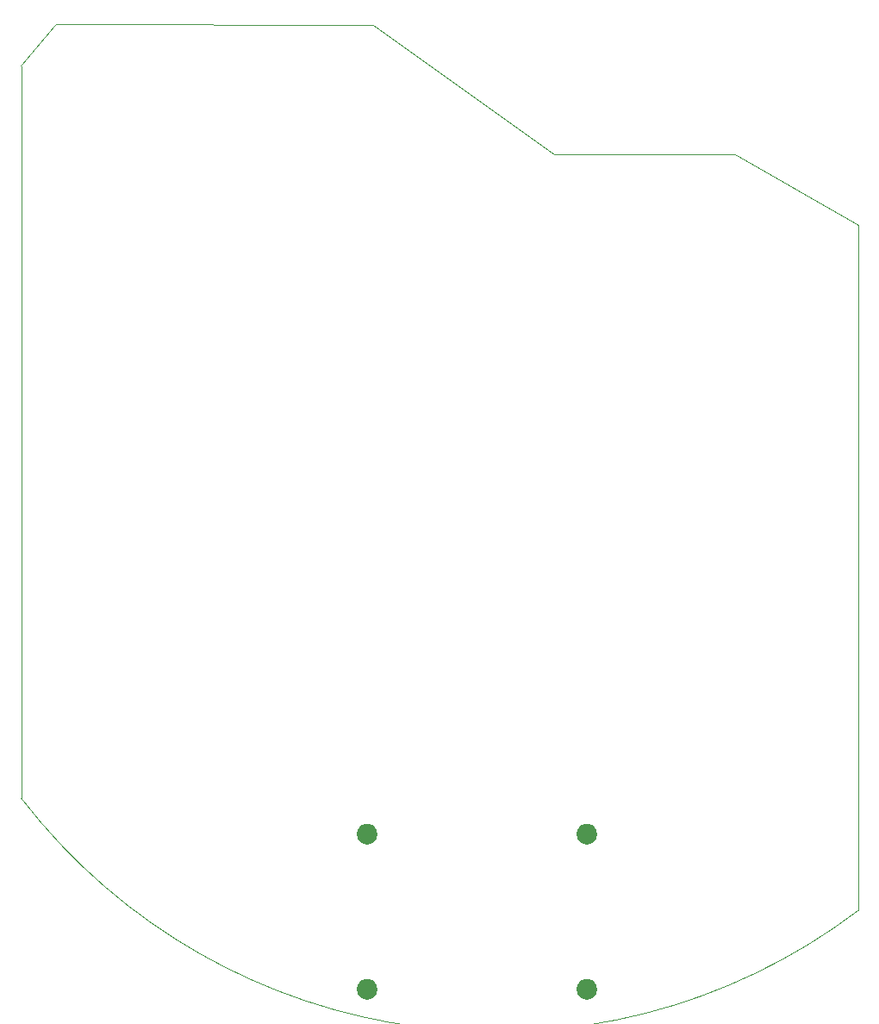
<source format=gbr>
%TF.GenerationSoftware,KiCad,Pcbnew,9.0.2*%
%TF.CreationDate,2025-07-18T09:27:23+08:00*%
%TF.ProjectId,Pathfinder,50617468-6669-46e6-9465-722e6b696361,rev?*%
%TF.SameCoordinates,Original*%
%TF.FileFunction,Profile,NP*%
%FSLAX46Y46*%
G04 Gerber Fmt 4.6, Leading zero omitted, Abs format (unit mm)*
G04 Created by KiCad (PCBNEW 9.0.2) date 2025-07-18 09:27:23*
%MOMM*%
%LPD*%
G01*
G04 APERTURE LIST*
%TA.AperFunction,Profile*%
%ADD10C,0.050000*%
%TD*%
%TA.AperFunction,Profile*%
%ADD11C,0.000000*%
%TD*%
G04 APERTURE END LIST*
D10*
X186055000Y-145415000D02*
X186055000Y-78105000D01*
X103810284Y-134384850D02*
X103810283Y-62465153D01*
X138430000Y-58420000D02*
X107267290Y-58375801D01*
X156210000Y-71120000D02*
X138430000Y-58420000D01*
X173990000Y-71120000D02*
X156210000Y-71120000D01*
X103810283Y-62465152D02*
G75*
G02*
X107267290Y-58375798I46684717J-35959848D01*
G01*
X186055000Y-78105000D02*
X173990000Y-71120000D01*
X186055000Y-145414999D02*
G75*
G02*
X103810283Y-134384850I-35560000J46989999D01*
G01*
D11*
%TA.AperFunction,Profile*%
%TO.C,Bno055*%
G36*
X138089929Y-136949749D02*
G01*
X138273939Y-137025968D01*
X138439544Y-137136621D01*
X138580379Y-137277456D01*
X138691032Y-137443061D01*
X138767251Y-137627071D01*
X138806108Y-137822415D01*
X138806108Y-138021585D01*
X138767251Y-138216929D01*
X138691032Y-138400939D01*
X138580379Y-138566544D01*
X138439544Y-138707379D01*
X138273939Y-138818032D01*
X138089929Y-138894251D01*
X137894585Y-138933108D01*
X137695415Y-138933108D01*
X137500071Y-138894251D01*
X137316061Y-138818032D01*
X137150456Y-138707379D01*
X137009621Y-138566544D01*
X136898968Y-138400939D01*
X136822749Y-138216929D01*
X136783892Y-138021585D01*
X136783892Y-137822415D01*
X136822749Y-137627071D01*
X136898968Y-137443061D01*
X137009621Y-137277456D01*
X137150456Y-137136621D01*
X137316061Y-137025968D01*
X137500071Y-136949749D01*
X137695415Y-136910892D01*
X137894585Y-136910892D01*
X138089929Y-136949749D01*
G37*
%TD.AperFunction*%
%TA.AperFunction,Profile*%
G36*
X138089929Y-152189749D02*
G01*
X138273939Y-152265968D01*
X138439544Y-152376621D01*
X138580379Y-152517456D01*
X138691032Y-152683061D01*
X138767251Y-152867071D01*
X138806108Y-153062415D01*
X138806108Y-153261585D01*
X138767251Y-153456929D01*
X138691032Y-153640939D01*
X138580379Y-153806544D01*
X138439544Y-153947379D01*
X138273939Y-154058032D01*
X138089929Y-154134251D01*
X137894585Y-154173108D01*
X137695415Y-154173108D01*
X137500071Y-154134251D01*
X137316061Y-154058032D01*
X137150456Y-153947379D01*
X137009621Y-153806544D01*
X136898968Y-153640939D01*
X136822749Y-153456929D01*
X136783892Y-153261585D01*
X136783892Y-153062415D01*
X136822749Y-152867071D01*
X136898968Y-152683061D01*
X137009621Y-152517456D01*
X137150456Y-152376621D01*
X137316061Y-152265968D01*
X137500071Y-152189749D01*
X137695415Y-152150892D01*
X137894585Y-152150892D01*
X138089929Y-152189749D01*
G37*
%TD.AperFunction*%
%TA.AperFunction,Profile*%
G36*
X159679929Y-136949749D02*
G01*
X159863939Y-137025968D01*
X160029544Y-137136621D01*
X160170379Y-137277456D01*
X160281032Y-137443061D01*
X160357251Y-137627071D01*
X160396108Y-137822415D01*
X160396108Y-138021585D01*
X160357251Y-138216929D01*
X160281032Y-138400939D01*
X160170379Y-138566544D01*
X160029544Y-138707379D01*
X159863939Y-138818032D01*
X159679929Y-138894251D01*
X159484585Y-138933108D01*
X159285415Y-138933108D01*
X159090071Y-138894251D01*
X158906061Y-138818032D01*
X158740456Y-138707379D01*
X158599621Y-138566544D01*
X158488968Y-138400939D01*
X158412749Y-138216929D01*
X158373892Y-138021585D01*
X158373892Y-137822415D01*
X158412749Y-137627071D01*
X158488968Y-137443061D01*
X158599621Y-137277456D01*
X158740456Y-137136621D01*
X158906061Y-137025968D01*
X159090071Y-136949749D01*
X159285415Y-136910892D01*
X159484585Y-136910892D01*
X159679929Y-136949749D01*
G37*
%TD.AperFunction*%
%TA.AperFunction,Profile*%
G36*
X159679929Y-152189749D02*
G01*
X159863939Y-152265968D01*
X160029544Y-152376621D01*
X160170379Y-152517456D01*
X160281032Y-152683061D01*
X160357251Y-152867071D01*
X160396108Y-153062415D01*
X160396108Y-153261585D01*
X160357251Y-153456929D01*
X160281032Y-153640939D01*
X160170379Y-153806544D01*
X160029544Y-153947379D01*
X159863939Y-154058032D01*
X159679929Y-154134251D01*
X159484585Y-154173108D01*
X159285415Y-154173108D01*
X159090071Y-154134251D01*
X158906061Y-154058032D01*
X158740456Y-153947379D01*
X158599621Y-153806544D01*
X158488968Y-153640939D01*
X158412749Y-153456929D01*
X158373892Y-153261585D01*
X158373892Y-153062415D01*
X158412749Y-152867071D01*
X158488968Y-152683061D01*
X158599621Y-152517456D01*
X158740456Y-152376621D01*
X158906061Y-152265968D01*
X159090071Y-152189749D01*
X159285415Y-152150892D01*
X159484585Y-152150892D01*
X159679929Y-152189749D01*
G37*
%TD.AperFunction*%
%TD*%
M02*

</source>
